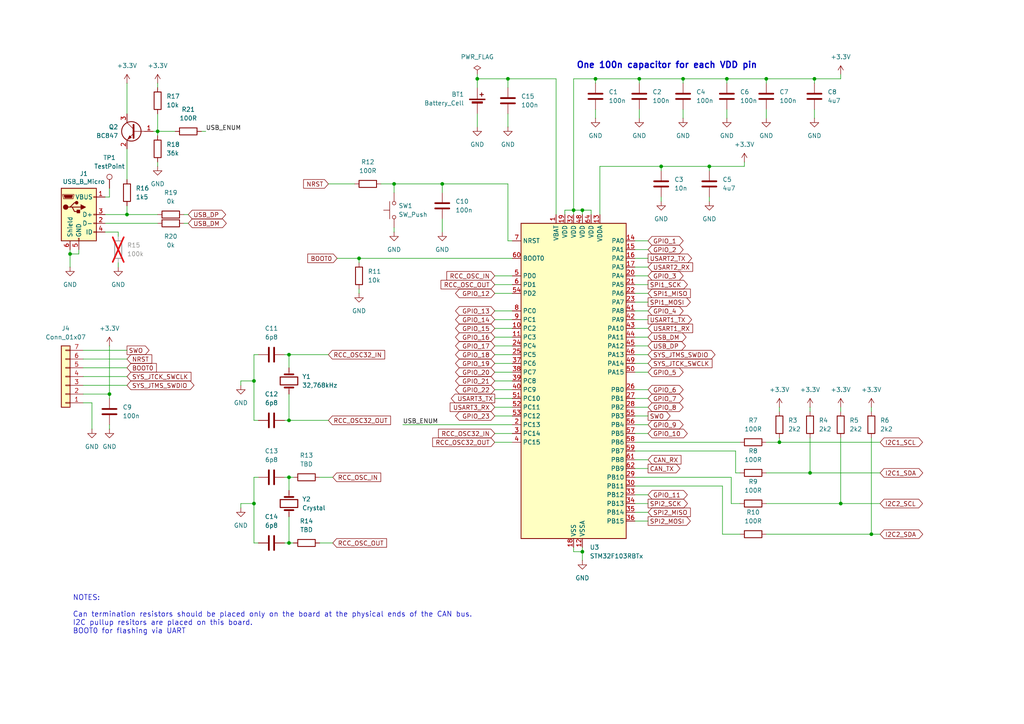
<source format=kicad_sch>
(kicad_sch (version 20250114) (generator "eeschema") (generator_version "9.0")
  (paper "A4")
  (lib_symbols
    (symbol "Connector:TestPoint" (pin_numbers (hide yes)) (pin_names (offset 0.762) (hide yes))
      (property "Reference" "TP" (at 0 6.858 0))
      (property "Value" "TestPoint" (at 0 5.08 0))
      (symbol "TestPoint_0_1"
        (circle (center 0 3.302) (radius 0.762))
      )
      (symbol "TestPoint_1_1"
        (pin passive line (at 0 0 90) (length 2.54) (name "1") (number "1"))
      )
    )
    (symbol "Connector:USB_B_Micro" (pin_names (offset 1.016))
      (property "Reference" "J" (at -5.08 11.43 0))
      (property "Value" "USB_B_Micro" (at -5.08 8.89 0))
      (symbol "USB_B_Micro_0_1"
        (rectangle (start -5.08 -7.62) (end 5.08 7.62) (stroke (width 0.254)) (fill (type background)))
        (polyline (pts (xy -4.699 5.842) (xy -4.699 5.588) (xy -4.445 4.826) (xy -4.445 4.572) (xy -1.651 4.572) (xy -1.651 4.826) (xy -1.397 5.588) (xy -1.397 5.842) (xy -4.699 5.842)))
        (polyline (pts (xy -4.318 5.588) (xy -1.778 5.588) (xy -2.032 4.826) (xy -4.064 4.826) (xy -4.318 5.588)) (fill (type outline)))
        (circle (center -3.81 2.159) (radius 0.635) (stroke (width 0.254)) (fill (type outline)))
        (polyline (pts (xy -3.175 2.159) (xy -2.54 2.159) (xy -1.27 3.429) (xy -0.635 3.429)) (stroke (width 0.254)))
        (polyline (pts (xy -2.54 2.159) (xy -1.905 2.159) (xy -1.27 0.889) (xy 0 0.889)) (stroke (width 0.254)))
        (polyline (pts (xy -1.905 2.159) (xy 0.635 2.159)) (stroke (width 0.254)))
        (circle (center -0.635 3.429) (radius 0.381) (stroke (width 0.254)) (fill (type outline)))
        (rectangle (start -0.127 -7.62) (end 0.127 -6.858))
        (rectangle (start 0.254 1.27) (end -0.508 0.508) (stroke (width 0.254)) (fill (type outline)))
        (polyline (pts (xy 0.635 2.794) (xy 0.635 1.524) (xy 1.905 2.159) (xy 0.635 2.794)) (stroke (width 0.254)) (fill (type outline)))
        (rectangle (start 5.08 4.953) (end 4.318 5.207))
        (rectangle (start 5.08 -0.127) (end 4.318 0.127))
        (rectangle (start 5.08 -2.667) (end 4.318 -2.413))
        (rectangle (start 5.08 -5.207) (end 4.318 -4.953))
      )
      (symbol "USB_B_Micro_1_1"
        (pin passive line (at -2.54 -10.16 90) (length 2.54) (name "Shield") (number "6"))
        (pin power_out line (at 0 -10.16 90) (length 2.54) (name "GND") (number "5"))
        (pin power_out line (at 7.62 5.08 180) (length 2.54) (name "VBUS") (number "1"))
        (pin bidirectional line (at 7.62 0 180) (length 2.54) (name "D+") (number "3"))
        (pin bidirectional line (at 7.62 -2.54 180) (length 2.54) (name "D-") (number "2"))
        (pin passive line (at 7.62 -5.08 180) (length 2.54) (name "ID") (number "4"))
      )
    )
    (symbol "Connector_Generic:Conn_01x07" (pin_names (offset 1.016) (hide yes))
      (property "Reference" "J" (at 0 10.16 0))
      (property "Value" "Conn_01x07" (at 0 -10.16 0))
      (symbol "Conn_01x07_1_1"
        (rectangle (start -1.27 8.89) (end 1.27 -8.89) (stroke (width 0.254)) (fill (type background)))
        (rectangle (start -1.27 7.747) (end 0 7.493) (stroke (width 0.1524)))
        (rectangle (start -1.27 5.207) (end 0 4.953) (stroke (width 0.1524)))
        (rectangle (start -1.27 2.667) (end 0 2.413) (stroke (width 0.1524)))
        (rectangle (start -1.27 0.127) (end 0 -0.127) (stroke (width 0.1524)))
        (rectangle (start -1.27 -2.413) (end 0 -2.667) (stroke (width 0.1524)))
        (rectangle (start -1.27 -4.953) (end 0 -5.207) (stroke (width 0.1524)))
        (rectangle (start -1.27 -7.493) (end 0 -7.747) (stroke (width 0.1524)))
        (pin passive line (at -5.08 7.62 0) (length 3.81) (name "Pin_1") (number "1"))
        (pin passive line (at -5.08 5.08 0) (length 3.81) (name "Pin_2") (number "2"))
        (pin passive line (at -5.08 2.54 0) (length 3.81) (name "Pin_3") (number "3"))
        (pin passive line (at -5.08 0 0) (length 3.81) (name "Pin_4") (number "4"))
        (pin passive line (at -5.08 -2.54 0) (length 3.81) (name "Pin_5") (number "5"))
        (pin passive line (at -5.08 -5.08 0) (length 3.81) (name "Pin_6") (number "6"))
        (pin passive line (at -5.08 -7.62 0) (length 3.81) (name "Pin_7") (number "7"))
      )
    )
    (symbol "Device:Battery_Cell" (pin_numbers (hide yes)) (pin_names (offset 0) (hide yes))
      (property "Reference" "BT" (at 2.54 2.54 0))
      (property "Value" "Battery_Cell" (at 2.54 0 0))
      (symbol "Battery_Cell_0_1"
        (rectangle (start -2.286 1.778) (end 2.286 1.524) (fill (type outline)))
        (rectangle (start -1.524 1.016) (end 1.524 0.508) (fill (type outline)))
        (polyline (pts (xy 0 1.778) (xy 0 2.54)))
        (polyline (pts (xy 0 0.762) (xy 0 0)))
        (polyline (pts (xy 0.762 3.048) (xy 1.778 3.048)) (stroke (width 0.254)))
        (polyline (pts (xy 1.27 3.556) (xy 1.27 2.54)) (stroke (width 0.254)))
      )
      (symbol "Battery_Cell_1_1"
        (pin passive line (at 0 5.08 270) (length 2.54) (name "+") (number "1"))
        (pin passive line (at 0 -2.54 90) (length 2.54) (name "-") (number "2"))
      )
    )
    (symbol "Device:C" (pin_numbers (hide yes)) (pin_names (offset 0.254))
      (property "Reference" "C" (at 0.635 2.54 0))
      (property "Value" "C" (at 0.635 -2.54 0))
      (symbol "C_0_1"
        (polyline (pts (xy -2.032 0.762) (xy 2.032 0.762)) (stroke (width 0.508)))
        (polyline (pts (xy -2.032 -0.762) (xy 2.032 -0.762)) (stroke (width 0.508)))
      )
      (symbol "C_1_1"
        (pin passive line (at 0 3.81 270) (length 2.794) (name "~") (number "1"))
        (pin passive line (at 0 -3.81 90) (length 2.794) (name "~") (number "2"))
      )
    )
    (symbol "Device:Crystal" (pin_numbers (hide yes)) (pin_names (offset 1.016) (hide yes))
      (property "Reference" "Y" (at 0 3.81 0))
      (property "Value" "Crystal" (at 0 -3.81 0))
      (symbol "Crystal_0_1"
        (polyline (pts (xy -2.54 0) (xy -1.905 0)))
        (polyline (pts (xy -1.905 -1.27) (xy -1.905 1.27)) (stroke (width 0.508)))
        (rectangle (start -1.143 2.54) (end 1.143 -2.54) (stroke (width 0.3048)))
        (polyline (pts (xy 1.905 -1.27) (xy 1.905 1.27)) (stroke (width 0.508)))
        (polyline (pts (xy 2.54 0) (xy 1.905 0)))
      )
      (symbol "Crystal_1_1"
        (pin passive line (at -3.81 0 0) (length 1.27) (name "1") (number "1"))
        (pin passive line (at 3.81 0 180) (length 1.27) (name "2") (number "2"))
      )
    )
    (symbol "Device:R" (pin_numbers (hide yes)) (pin_names (offset 0))
      (property "Reference" "R" (at 2.032 0 90))
      (property "Value" "R" (at 0 0 90))
      (symbol "R_0_1"
        (rectangle (start -1.016 -2.54) (end 1.016 2.54) (stroke (width 0.254)))
      )
      (symbol "R_1_1"
        (pin passive line (at 0 3.81 270) (length 1.27) (name "~") (number "1"))
        (pin passive line (at 0 -3.81 90) (length 1.27) (name "~") (number "2"))
      )
    )
    (symbol "STM32F103RBTx_1"
      (property "Reference" "U" (at -15.24 46.99 0))
      (property "Value" "STM32F103RBTx" (at 10.16 46.99 0))
      (symbol "STM32F103RBTx_1_0_1"
        (rectangle (start -15.24 -45.72) (end 15.24 45.72) (stroke (width 0.254)) (fill (type background)))
      )
      (symbol "STM32F103RBTx_1_1_1"
        (pin input line (at -17.78 40.64 0) (length 2.54) (name "NRST") (number "7"))
        (pin input line (at -17.78 35.56 0) (length 2.54) (name "BOOT0") (number "60"))
        (pin bidirectional line (at -17.78 30.48 0) (length 2.54) (name "PD0") (number "5"))
        (pin bidirectional line (at -17.78 27.94 0) (length 2.54) (name "PD1") (number "6"))
        (pin bidirectional line (at -17.78 25.4 0) (length 2.54) (name "PD2") (number "54"))
        (pin bidirectional line (at -17.78 20.32 0) (length 2.54) (name "PC0") (number "8"))
        (pin bidirectional line (at -17.78 17.78 0) (length 2.54) (name "PC1") (number "9"))
        (pin bidirectional line (at -17.78 15.24 0) (length 2.54) (name "PC2") (number "10"))
        (pin bidirectional line (at -17.78 12.7 0) (length 2.54) (name "PC3") (number "11"))
        (pin bidirectional line (at -17.78 10.16 0) (length 2.54) (name "PC4") (number "24"))
        (pin bidirectional line (at -17.78 7.62 0) (length 2.54) (name "PC5") (number "25"))
        (pin bidirectional line (at -17.78 5.08 0) (length 2.54) (name "PC6") (number "37"))
        (pin bidirectional line (at -17.78 2.54 0) (length 2.54) (name "PC7") (number "38"))
        (pin bidirectional line (at -17.78 0 0) (length 2.54) (name "PC8") (number "39"))
        (pin bidirectional line (at -17.78 -2.54 0) (length 2.54) (name "PC9") (number "40"))
        (pin bidirectional line (at -17.78 -5.08 0) (length 2.54) (name "PC10") (number "51"))
        (pin bidirectional line (at -17.78 -7.62 0) (length 2.54) (name "PC11") (number "52"))
        (pin bidirectional line (at -17.78 -10.16 0) (length 2.54) (name "PC12") (number "53"))
        (pin bidirectional line (at -17.78 -12.7 0) (length 2.54) (name "PC13") (number "2"))
        (pin bidirectional line (at -17.78 -15.24 0) (length 2.54) (name "PC14") (number "3"))
        (pin bidirectional line (at -17.78 -17.78 0) (length 2.54) (name "PC15") (number "4"))
        (pin power_in line (at -5.08 48.26 270) (length 2.54) (name "VBAT") (number "1"))
        (pin power_in line (at -2.54 48.26 270) (length 2.54) (name "VDD") (number "19"))
        (pin power_in line (at 0 48.26 270) (length 2.54) (name "VDD") (number "32"))
        (pin power_in line (at 0 -48.26 90) (length 2.54) (name "VSS") (number "18"))
        (pin passive line (at 0 -48.26 90) (length 2.54) (hide yes) (name "VSS") (number "31"))
        (pin passive line (at 0 -48.26 90) (length 2.54) (hide yes) (name "VSS") (number "47"))
        (pin passive line (at 0 -48.26 90) (length 2.54) (hide yes) (name "VSS") (number "63"))
        (pin power_in line (at 2.54 48.26 270) (length 2.54) (name "VDD") (number "48"))
        (pin power_in line (at 2.54 -48.26 90) (length 2.54) (name "VSSA") (number "12"))
        (pin power_in line (at 5.08 48.26 270) (length 2.54) (name "VDD") (number "64"))
        (pin power_in line (at 7.62 48.26 270) (length 2.54) (name "VDDA") (number "13"))
        (pin bidirectional line (at 17.78 40.64 180) (length 2.54) (name "PA0") (number "14"))
        (pin bidirectional line (at 17.78 38.1 180) (length 2.54) (name "PA1") (number "15"))
        (pin bidirectional line (at 17.78 35.56 180) (length 2.54) (name "PA2") (number "16"))
        (pin bidirectional line (at 17.78 33.02 180) (length 2.54) (name "PA3") (number "17"))
        (pin bidirectional line (at 17.78 30.48 180) (length 2.54) (name "PA4") (number "20"))
        (pin bidirectional line (at 17.78 27.94 180) (length 2.54) (name "PA5") (number "21"))
        (pin bidirectional line (at 17.78 25.4 180) (length 2.54) (name "PA6") (number "22"))
        (pin bidirectional line (at 17.78 22.86 180) (length 2.54) (name "PA7") (number "23"))
        (pin bidirectional line (at 17.78 20.32 180) (length 2.54) (name "PA8") (number "41"))
        (pin bidirectional line (at 17.78 17.78 180) (length 2.54) (name "PA9") (number "42"))
        (pin bidirectional line (at 17.78 15.24 180) (length 2.54) (name "PA10") (number "43"))
        (pin bidirectional line (at 17.78 12.7 180) (length 2.54) (name "PA11") (number "44"))
        (pin bidirectional line (at 17.78 10.16 180) (length 2.54) (name "PA12") (number "45"))
        (pin bidirectional line (at 17.78 7.62 180) (length 2.54) (name "PA13") (number "46"))
        (pin bidirectional line (at 17.78 5.08 180) (length 2.54) (name "PA14") (number "49"))
        (pin bidirectional line (at 17.78 2.54 180) (length 2.54) (name "PA15") (number "50"))
        (pin bidirectional line (at 17.78 -2.54 180) (length 2.54) (name "PB0") (number "26"))
        (pin bidirectional line (at 17.78 -5.08 180) (length 2.54) (name "PB1") (number "27"))
        (pin bidirectional line (at 17.78 -7.62 180) (length 2.54) (name "PB2") (number "28"))
        (pin bidirectional line (at 17.78 -10.16 180) (length 2.54) (name "PB3") (number "55"))
        (pin bidirectional line (at 17.78 -12.7 180) (length 2.54) (name "PB4") (number "56"))
        (pin bidirectional line (at 17.78 -15.24 180) (length 2.54) (name "PB5") (number "57"))
        (pin bidirectional line (at 17.78 -17.78 180) (length 2.54) (name "PB6") (number "58"))
        (pin bidirectional line (at 17.78 -20.32 180) (length 2.54) (name "PB7") (number "59"))
        (pin bidirectional line (at 17.78 -22.86 180) (length 2.54) (name "PB8") (number "61"))
        (pin bidirectional line (at 17.78 -25.4 180) (length 2.54) (name "PB9") (number "62"))
        (pin bidirectional line (at 17.78 -27.94 180) (length 2.54) (name "PB10") (number "29"))
        (pin bidirectional line (at 17.78 -30.48 180) (length 2.54) (name "PB11") (number "30"))
        (pin bidirectional line (at 17.78 -33.02 180) (length 2.54) (name "PB12") (number "33"))
        (pin bidirectional line (at 17.78 -35.56 180) (length 2.54) (name "PB13") (number "34"))
        (pin bidirectional line (at 17.78 -38.1 180) (length 2.54) (name "PB14") (number "35"))
        (pin bidirectional line (at 17.78 -40.64 180) (length 2.54) (name "PB15") (number "36"))
      )
    )
    (symbol "Switch:SW_Push" (pin_numbers (hide yes)) (pin_names (offset 1.016) (hide yes))
      (property "Reference" "SW" (at 1.27 2.54 0))
      (property "Value" "SW_Push" (at 0 -1.524 0))
      (symbol "SW_Push_0_1"
        (circle (center -2.032 0) (radius 0.508))
        (polyline (pts (xy 0 1.27) (xy 0 3.048)))
        (circle (center 2.032 0) (radius 0.508))
        (polyline (pts (xy 2.54 1.27) (xy -2.54 1.27)))
        (pin passive line (at -5.08 0 0) (length 2.54) (name "1") (number "1"))
        (pin passive line (at 5.08 0 180) (length 2.54) (name "2") (number "2"))
      )
    )
    (symbol "Transistor_BJT:BC847" (pin_names (offset 0) (hide yes))
      (property "Reference" "Q" (at 5.08 1.905 0))
      (property "Value" "BC847" (at 5.08 0 0))
      (symbol "BC847_0_1"
        (polyline (pts (xy -2.54 0) (xy 0.635 0)))
        (polyline (pts (xy 0.635 1.905) (xy 0.635 -1.905)) (stroke (width 0.508)))
        (circle (center 1.27 0) (radius 2.8194) (stroke (width 0.254)))
      )
      (symbol "BC847_1_1"
        (polyline (pts (xy 0.635 0.635) (xy 2.54 2.54)))
        (polyline (pts (xy 0.635 -0.635) (xy 2.54 -2.54)))
        (polyline (pts (xy 1.27 -1.778) (xy 1.778 -1.27) (xy 2.286 -2.286) (xy 1.27 -1.778)) (fill (type outline)))
        (pin input line (at -5.08 0 0) (length 2.54) (name "B") (number "1"))
        (pin passive line (at 2.54 5.08 270) (length 2.54) (name "C") (number "3"))
        (pin passive line (at 2.54 -5.08 90) (length 2.54) (name "E") (number "2"))
      )
    )
    (symbol "power:+3.3V" (power) (pin_numbers (hide yes)) (pin_names (offset 0) (hide yes))
      (property "Value" "+3.3V" (at 0 3.556 0))
      (symbol "+3.3V_0_1"
        (polyline (pts (xy -0.762 1.27) (xy 0 2.54)))
        (polyline (pts (xy 0 2.54) (xy 0.762 1.27)))
        (polyline (pts (xy 0 0) (xy 0 2.54)))
      )
      (symbol "+3.3V_1_1"
        (pin power_in line (at 0 0 90) (length 0) (name "~") (number "1"))
      )
    )
    (symbol "power:GND" (power) (pin_numbers (hide yes)) (pin_names (offset 0) (hide yes))
      (property "Value" "GND" (at 0 -3.81 0))
      (symbol "GND_0_1"
        (polyline (pts (xy 0 0) (xy 0 -1.27) (xy 1.27 -1.27) (xy 0 -2.54) (xy -1.27 -1.27) (xy 0 -1.27)))
      )
      (symbol "GND_1_1"
        (pin power_in line (at 0 0 270) (length 0) (name "~") (number "1"))
      )
    )
    (symbol "power:PWR_FLAG" (power) (pin_numbers (hide yes)) (pin_names (offset 0) (hide yes))
      (property "Value" "PWR_FLAG" (at 0 3.81 0))
      (symbol "PWR_FLAG_0_0"
        (pin power_out line (at 0 0 90) (length 0) (name "~") (number "1"))
      )
      (symbol "PWR_FLAG_0_1"
        (polyline (pts (xy 0 0) (xy 0 1.27) (xy -1.016 1.905) (xy 0 2.54) (xy 1.016 1.905) (xy 0 1.27)))
      )
    )
  )
  (text "One 100n capacitor for each VDD pin" (at 167.132 20.066 0) (effects (font (size 1.8034 1.8034) (thickness 0.3607) (bold yes)) (justify left bottom)))
  (text "NOTES:\n\nCan termination resistors should be placed only on the board at the physical ends of the CAN bus.\nI2C pullup resitors are placed on this board.\nBOOT0 for flashing via UART" (at 21.082 178.308 0) (effects (font (size 1.5 1.5)) (justify left)))
  (junction (at 73.66 110.49))
  (junction (at 31.75 114.3))
  (junction (at 243.84 146.05))
  (junction (at 198.12 22.86))
  (junction (at 147.32 22.86))
  (junction (at 210.82 22.86))
  (junction (at 114.3 53.34))
  (junction (at 168.91 160.02))
  (junction (at 166.37 60.96))
  (junction (at 191.77 48.26))
  (junction (at 128.27 53.34))
  (junction (at 83.82 102.87))
  (junction (at 252.73 154.94))
  (junction (at 226.06 128.27))
  (junction (at 185.42 22.86))
  (junction (at 172.72 22.86))
  (junction (at 222.25 22.86))
  (junction (at 73.66 146.05))
  (junction (at 83.82 121.92))
  (junction (at 168.91 60.96))
  (junction (at 138.43 22.86))
  (junction (at 104.14 74.93))
  (junction (at 83.82 157.48))
  (junction (at 234.95 137.16))
  (junction (at 45.72 38.1))
  (junction (at 205.74 48.26))
  (junction (at 20.32 73.66))
  (junction (at 83.82 138.43))
  (junction (at 236.22 22.86))
  (junction (at 36.83 62.23))
  (wire (pts (xy 161.29 22.86) (xy 161.29 62.23)))
  (wire (pts (xy 166.37 22.86) (xy 172.72 22.86)))
  (wire (pts (xy 226.06 128.27) (xy 226.06 127)))
  (wire (pts (xy 143.51 107.95) (xy 148.59 107.95)))
  (wire (pts (xy 53.34 62.23) (xy 54.61 62.23)))
  (wire (pts (xy 143.51 97.79) (xy 148.59 97.79)))
  (wire (pts (xy 205.74 57.15) (xy 205.74 58.42)))
  (wire (pts (xy 143.51 115.57) (xy 148.59 115.57)))
  (wire (pts (xy 184.15 135.89) (xy 187.96 135.89)))
  (wire (pts (xy 143.51 100.33) (xy 148.59 100.33)))
  (wire (pts (xy 252.73 154.94) (xy 252.73 127)))
  (wire (pts (xy 166.37 60.96) (xy 163.83 60.96)))
  (wire (pts (xy 210.82 22.86) (xy 210.82 24.13)))
  (wire (pts (xy 205.74 48.26) (xy 215.9 48.26)))
  (wire (pts (xy 184.15 74.93) (xy 187.96 74.93)))
  (wire (pts (xy 210.82 22.86) (xy 198.12 22.86)))
  (wire (pts (xy 252.73 118.11) (xy 252.73 119.38)))
  (wire (pts (xy 45.72 46.99) (xy 45.72 48.26)))
  (wire (pts (xy 184.15 77.47) (xy 187.96 77.47)))
  (wire (pts (xy 222.25 154.94) (xy 252.73 154.94)))
  (wire (pts (xy 73.66 110.49) (xy 69.85 110.49)))
  (wire (pts (xy 138.43 33.02) (xy 138.43 36.83)))
  (wire (pts (xy 184.15 133.35) (xy 187.96 133.35)))
  (wire (pts (xy 143.51 102.87) (xy 148.59 102.87)))
  (wire (pts (xy 73.66 138.43) (xy 74.93 138.43)))
  (wire (pts (xy 36.83 24.13) (xy 36.83 33.02)))
  (wire (pts (xy 236.22 22.86) (xy 243.84 22.86)))
  (wire (pts (xy 173.99 48.26) (xy 173.99 62.23)))
  (wire (pts (xy 166.37 60.96) (xy 166.37 22.86)))
  (wire (pts (xy 184.15 123.19) (xy 187.96 123.19)))
  (wire (pts (xy 184.15 100.33) (xy 187.96 100.33)))
  (wire (pts (xy 45.72 33.02) (xy 45.72 38.1)))
  (wire (pts (xy 83.82 106.68) (xy 83.82 102.87)))
  (wire (pts (xy 138.43 22.86) (xy 147.32 22.86)))
  (wire (pts (xy 24.13 104.14) (xy 36.83 104.14)))
  (wire (pts (xy 24.13 109.22) (xy 36.83 109.22)))
  (wire (pts (xy 215.9 46.99) (xy 215.9 48.26)))
  (wire (pts (xy 184.15 80.01) (xy 187.96 80.01)))
  (wire (pts (xy 73.66 110.49) (xy 73.66 102.87)))
  (wire (pts (xy 243.84 21.59) (xy 243.84 22.86)))
  (wire (pts (xy 171.45 60.96) (xy 168.91 60.96)))
  (wire (pts (xy 191.77 48.26) (xy 191.77 49.53)))
  (wire (pts (xy 184.15 130.81) (xy 213.36 130.81)))
  (wire (pts (xy 243.84 146.05) (xy 243.84 127)))
  (wire (pts (xy 166.37 158.75) (xy 166.37 160.02)))
  (wire (pts (xy 143.51 90.17) (xy 148.59 90.17)))
  (wire (pts (xy 236.22 31.75) (xy 236.22 34.29)))
  (wire (pts (xy 214.63 146.05) (xy 212.09 146.05)))
  (wire (pts (xy 36.83 62.23) (xy 45.72 62.23)))
  (wire (pts (xy 58.42 38.1) (xy 59.69 38.1)))
  (wire (pts (xy 226.06 118.11) (xy 226.06 119.38)))
  (wire (pts (xy 184.15 113.03) (xy 187.96 113.03)))
  (wire (pts (xy 143.51 95.25) (xy 148.59 95.25)))
  (wire (pts (xy 83.82 121.92) (xy 95.25 121.92)))
  (wire (pts (xy 104.14 74.93) (xy 104.14 76.2)))
  (wire (pts (xy 96.52 138.43) (xy 92.71 138.43)))
  (wire (pts (xy 147.32 22.86) (xy 161.29 22.86)))
  (wire (pts (xy 243.84 118.11) (xy 243.84 119.38)))
  (wire (pts (xy 184.15 140.97) (xy 209.55 140.97)))
  (wire (pts (xy 114.3 53.34) (xy 114.3 55.88)))
  (wire (pts (xy 83.82 142.24) (xy 83.82 138.43)))
  (wire (pts (xy 31.75 100.33) (xy 31.75 114.3)))
  (wire (pts (xy 184.15 102.87) (xy 187.96 102.87)))
  (wire (pts (xy 31.75 57.15) (xy 31.75 54.61)))
  (wire (pts (xy 184.15 82.55) (xy 187.96 82.55)))
  (wire (pts (xy 143.51 120.65) (xy 148.59 120.65)))
  (wire (pts (xy 184.15 138.43) (xy 212.09 138.43)))
  (wire (pts (xy 30.48 64.77) (xy 45.72 64.77)))
  (wire (pts (xy 222.25 146.05) (xy 243.84 146.05)))
  (wire (pts (xy 82.55 138.43) (xy 83.82 138.43)))
  (wire (pts (xy 82.55 157.48) (xy 83.82 157.48)))
  (wire (pts (xy 172.72 22.86) (xy 172.72 24.13)))
  (wire (pts (xy 163.83 60.96) (xy 163.83 62.23)))
  (wire (pts (xy 143.51 118.11) (xy 148.59 118.11)))
  (wire (pts (xy 82.55 102.87) (xy 83.82 102.87)))
  (wire (pts (xy 24.13 106.68) (xy 36.83 106.68)))
  (wire (pts (xy 184.15 120.65) (xy 187.96 120.65)))
  (wire (pts (xy 184.15 85.09) (xy 187.96 85.09)))
  (wire (pts (xy 20.32 72.39) (xy 20.32 73.66)))
  (wire (pts (xy 95.25 53.34) (xy 102.87 53.34)))
  (wire (pts (xy 110.49 53.34) (xy 114.3 53.34)))
  (wire (pts (xy 45.72 38.1) (xy 50.8 38.1)))
  (wire (pts (xy 222.25 22.86) (xy 222.25 24.13)))
  (wire (pts (xy 138.43 25.4) (xy 138.43 22.86)))
  (wire (pts (xy 30.48 62.23) (xy 36.83 62.23)))
  (wire (pts (xy 184.15 90.17) (xy 187.96 90.17)))
  (wire (pts (xy 83.82 114.3) (xy 83.82 121.92)))
  (wire (pts (xy 243.84 146.05) (xy 255.27 146.05)))
  (wire (pts (xy 26.67 116.84) (xy 26.67 124.46)))
  (wire (pts (xy 143.51 113.03) (xy 148.59 113.03)))
  (wire (pts (xy 22.86 72.39) (xy 22.86 73.66)))
  (wire (pts (xy 73.66 121.92) (xy 73.66 110.49)))
  (wire (pts (xy 83.82 157.48) (xy 85.09 157.48)))
  (wire (pts (xy 212.09 146.05) (xy 212.09 138.43)))
  (wire (pts (xy 24.13 116.84) (xy 26.67 116.84)))
  (wire (pts (xy 143.51 85.09) (xy 148.59 85.09)))
  (wire (pts (xy 69.85 110.49) (xy 69.85 111.76)))
  (wire (pts (xy 214.63 137.16) (xy 213.36 137.16)))
  (wire (pts (xy 36.83 59.69) (xy 36.83 62.23)))
  (wire (pts (xy 184.15 72.39) (xy 187.96 72.39)))
  (wire (pts (xy 198.12 31.75) (xy 198.12 34.29)))
  (wire (pts (xy 147.32 22.86) (xy 147.32 25.4)))
  (wire (pts (xy 210.82 31.75) (xy 210.82 34.29)))
  (wire (pts (xy 166.37 160.02) (xy 168.91 160.02)))
  (wire (pts (xy 213.36 137.16) (xy 213.36 130.81)))
  (wire (pts (xy 222.25 128.27) (xy 226.06 128.27)))
  (wire (pts (xy 73.66 102.87) (xy 74.93 102.87)))
  (wire (pts (xy 128.27 63.5) (xy 128.27 67.31)))
  (wire (pts (xy 147.32 69.85) (xy 147.32 53.34)))
  (wire (pts (xy 138.43 21.59) (xy 138.43 22.86)))
  (wire (pts (xy 24.13 101.6) (xy 36.83 101.6)))
  (wire (pts (xy 184.15 97.79) (xy 187.96 97.79)))
  (wire (pts (xy 184.15 118.11) (xy 187.96 118.11)))
  (wire (pts (xy 45.72 24.13) (xy 45.72 25.4)))
  (wire (pts (xy 234.95 137.16) (xy 255.27 137.16)))
  (wire (pts (xy 222.25 31.75) (xy 222.25 34.29)))
  (wire (pts (xy 36.83 43.18) (xy 36.83 52.07)))
  (wire (pts (xy 185.42 31.75) (xy 185.42 34.29)))
  (wire (pts (xy 73.66 146.05) (xy 69.85 146.05)))
  (wire (pts (xy 30.48 67.31) (xy 34.29 67.31)))
  (wire (pts (xy 34.29 67.31) (xy 34.29 68.58)))
  (wire (pts (xy 83.82 102.87) (xy 95.25 102.87)))
  (wire (pts (xy 222.25 22.86) (xy 210.82 22.86)))
  (wire (pts (xy 226.06 128.27) (xy 255.27 128.27)))
  (wire (pts (xy 222.25 137.16) (xy 234.95 137.16)))
  (wire (pts (xy 83.82 138.43) (xy 85.09 138.43)))
  (wire (pts (xy 184.15 105.41) (xy 187.96 105.41)))
  (wire (pts (xy 24.13 111.76) (xy 36.83 111.76)))
  (wire (pts (xy 114.3 53.34) (xy 128.27 53.34)))
  (wire (pts (xy 198.12 22.86) (xy 185.42 22.86)))
  (wire (pts (xy 191.77 48.26) (xy 205.74 48.26)))
  (wire (pts (xy 184.15 95.25) (xy 187.96 95.25)))
  (wire (pts (xy 31.75 123.19) (xy 31.75 124.46)))
  (wire (pts (xy 30.48 57.15) (xy 31.75 57.15)))
  (wire (pts (xy 172.72 31.75) (xy 172.72 34.29)))
  (wire (pts (xy 184.15 125.73) (xy 187.96 125.73)))
  (wire (pts (xy 97.79 74.93) (xy 104.14 74.93)))
  (wire (pts (xy 82.55 121.92) (xy 83.82 121.92)))
  (wire (pts (xy 128.27 53.34) (xy 128.27 55.88)))
  (wire (pts (xy 185.42 22.86) (xy 172.72 22.86)))
  (wire (pts (xy 22.86 73.66) (xy 20.32 73.66)))
  (wire (pts (xy 168.91 60.96) (xy 168.91 62.23)))
  (wire (pts (xy 143.51 105.41) (xy 148.59 105.41)))
  (wire (pts (xy 34.29 76.2) (xy 34.29 77.47)))
  (wire (pts (xy 168.91 158.75) (xy 168.91 160.02)))
  (wire (pts (xy 184.15 87.63) (xy 187.96 87.63)))
  (wire (pts (xy 236.22 22.86) (xy 222.25 22.86)))
  (wire (pts (xy 73.66 146.05) (xy 73.66 138.43)))
  (wire (pts (xy 104.14 74.93) (xy 148.59 74.93)))
  (wire (pts (xy 143.51 125.73) (xy 148.59 125.73)))
  (wire (pts (xy 74.93 157.48) (xy 73.66 157.48)))
  (wire (pts (xy 143.51 82.55) (xy 148.59 82.55)))
  (wire (pts (xy 184.15 128.27) (xy 214.63 128.27)))
  (wire (pts (xy 184.15 146.05) (xy 187.96 146.05)))
  (wire (pts (xy 184.15 69.85) (xy 187.96 69.85)))
  (wire (pts (xy 236.22 24.13) (xy 236.22 22.86)))
  (wire (pts (xy 45.72 38.1) (xy 45.72 39.37)))
  (wire (pts (xy 205.74 49.53) (xy 205.74 48.26)))
  (wire (pts (xy 31.75 114.3) (xy 31.75 115.57)))
  (wire (pts (xy 166.37 60.96) (xy 166.37 62.23)))
  (wire (pts (xy 184.15 143.51) (xy 187.96 143.51)))
  (wire (pts (xy 191.77 48.26) (xy 173.99 48.26)))
  (wire (pts (xy 143.51 128.27) (xy 148.59 128.27)))
  (wire (pts (xy 184.15 92.71) (xy 187.96 92.71)))
  (wire (pts (xy 116.84 123.19) (xy 148.59 123.19)))
  (wire (pts (xy 114.3 66.04) (xy 114.3 67.31)))
  (wire (pts (xy 184.15 148.59) (xy 187.96 148.59)))
  (wire (pts (xy 198.12 22.86) (xy 198.12 24.13)))
  (wire (pts (xy 252.73 154.94) (xy 255.27 154.94)))
  (wire (pts (xy 147.32 69.85) (xy 148.59 69.85)))
  (wire (pts (xy 191.77 57.15) (xy 191.77 58.42)))
  (wire (pts (xy 143.51 92.71) (xy 148.59 92.71)))
  (wire (pts (xy 168.91 60.96) (xy 166.37 60.96)))
  (wire (pts (xy 44.45 38.1) (xy 45.72 38.1)))
  (wire (pts (xy 20.32 73.66) (xy 20.32 77.47)))
  (wire (pts (xy 234.95 118.11) (xy 234.95 119.38)))
  (wire (pts (xy 69.85 146.05) (xy 69.85 147.32)))
  (wire (pts (xy 214.63 154.94) (xy 209.55 154.94)))
  (wire (pts (xy 143.51 110.49) (xy 148.59 110.49)))
  (wire (pts (xy 104.14 83.82) (xy 104.14 85.09)))
  (wire (pts (xy 168.91 160.02) (xy 168.91 162.56)))
  (wire (pts (xy 184.15 115.57) (xy 187.96 115.57)))
  (wire (pts (xy 209.55 154.94) (xy 209.55 140.97)))
  (wire (pts (xy 185.42 22.86) (xy 185.42 24.13)))
  (wire (pts (xy 53.34 64.77) (xy 54.61 64.77)))
  (wire (pts (xy 184.15 107.95) (xy 187.96 107.95)))
  (wire (pts (xy 24.13 114.3) (xy 31.75 114.3)))
  (wire (pts (xy 96.52 157.48) (xy 92.71 157.48)))
  (wire (pts (xy 74.93 121.92) (xy 73.66 121.92)))
  (wire (pts (xy 83.82 149.86) (xy 83.82 157.48)))
  (wire (pts (xy 128.27 53.34) (xy 147.32 53.34)))
  (wire (pts (xy 234.95 137.16) (xy 234.95 127)))
  (wire (pts (xy 147.32 33.02) (xy 147.32 36.83)))
  (wire (pts (xy 171.45 62.23) (xy 171.45 60.96)))
  (wire (pts (xy 143.51 80.01) (xy 148.59 80.01)))
  (wire (pts (xy 73.66 157.48) (xy 73.66 146.05)))
  (wire (pts (xy 184.15 151.13) (xy 187.96 151.13)))
  (label "USB_ENUM" (at 59.69 38.1 0))
  (label "USB_ENUM" (at 116.84 123.19 0))
  (global_label "GPIO_14" (shape bidirectional) (at 143.51 92.71 180) (property "Intersheetrefs" "${INTERSHEET_REFS}" (effects (hide yes))))
  (global_label "SPI2_SCK" (shape output) (at 187.96 146.05 0) (property "Intersheetrefs" "${INTERSHEET_REFS}" (effects (hide yes))))
  (global_label "RCC_OSC_IN" (shape input) (at 96.52 138.43 0) (property "Intersheetrefs" "${INTERSHEET_REFS}" (effects (hide yes))))
  (global_label "SYS_JTCK_SWCLK" (shape input) (at 36.83 109.22 0) (property "Intersheetrefs" "${INTERSHEET_REFS}" (effects (hide yes))))
  (global_label "CAN_TX" (shape output) (at 187.96 135.89 0) (property "Intersheetrefs" "${INTERSHEET_REFS}" (effects (hide yes))))
  (global_label "GPIO_11" (shape bidirectional) (at 187.96 143.51 0) (property "Intersheetrefs" "${INTERSHEET_REFS}" (effects (hide yes))))
  (global_label "I2C2_SCL" (shape bidirectional) (at 255.27 146.05 0) (property "Intersheetrefs" "${INTERSHEET_REFS}" (effects (hide yes))))
  (global_label "USB_DM" (shape bidirectional) (at 187.96 97.79 0) (property "Intersheetrefs" "${INTERSHEET_REFS}" (effects (hide yes))))
  (global_label "I2C2_SDA" (shape bidirectional) (at 255.27 154.94 0) (property "Intersheetrefs" "${INTERSHEET_REFS}" (effects (hide yes))))
  (global_label "SWO" (shape output) (at 36.83 101.6 0) (property "Intersheetrefs" "${INTERSHEET_REFS}" (effects (hide yes))))
  (global_label "GPIO_12" (shape bidirectional) (at 143.51 85.09 180) (property "Intersheetrefs" "${INTERSHEET_REFS}" (effects (hide yes))))
  (global_label "RCC_OSC_OUT" (shape input) (at 96.52 157.48 0) (property "Intersheetrefs" "${INTERSHEET_REFS}" (effects (hide yes))))
  (global_label "GPIO_8" (shape bidirectional) (at 187.96 118.11 0) (property "Intersheetrefs" "${INTERSHEET_REFS}" (effects (hide yes))))
  (global_label "SPI1_SCK" (shape output) (at 187.96 82.55 0) (property "Intersheetrefs" "${INTERSHEET_REFS}" (effects (hide yes))))
  (global_label "GPIO_17" (shape bidirectional) (at 143.51 100.33 180) (property "Intersheetrefs" "${INTERSHEET_REFS}" (effects (hide yes))))
  (global_label "GPIO_10" (shape bidirectional) (at 187.96 125.73 0) (property "Intersheetrefs" "${INTERSHEET_REFS}" (effects (hide yes))))
  (global_label "GPIO_9" (shape bidirectional) (at 187.96 123.19 0) (property "Intersheetrefs" "${INTERSHEET_REFS}" (effects (hide yes))))
  (global_label "USART2_RX" (shape input) (at 187.96 77.47 0) (property "Intersheetrefs" "${INTERSHEET_REFS}" (effects (hide yes))))
  (global_label "SYS_JTMS_SWDIO" (shape bidirectional) (at 36.83 111.76 0) (property "Intersheetrefs" "${INTERSHEET_REFS}" (effects (hide yes))))
  (global_label "GPIO_2" (shape bidirectional) (at 187.96 72.39 0) (property "Intersheetrefs" "${INTERSHEET_REFS}" (effects (hide yes))))
  (global_label "GPIO_22" (shape bidirectional) (at 143.51 113.03 180) (property "Intersheetrefs" "${INTERSHEET_REFS}" (effects (hide yes))))
  (global_label "USART3_TX" (shape output) (at 143.51 115.57 180) (property "Intersheetrefs" "${INTERSHEET_REFS}" (effects (hide yes))))
  (global_label "RCC_OSC_IN" (shape input) (at 143.51 80.01 180) (property "Intersheetrefs" "${INTERSHEET_REFS}" (effects (hide yes))))
  (global_label "GPIO_15" (shape bidirectional) (at 143.51 95.25 180) (property "Intersheetrefs" "${INTERSHEET_REFS}" (effects (hide yes))))
  (global_label "USART1_RX" (shape input) (at 187.96 95.25 0) (property "Intersheetrefs" "${INTERSHEET_REFS}" (effects (hide yes))))
  (global_label "USART1_TX" (shape output) (at 187.96 92.71 0) (property "Intersheetrefs" "${INTERSHEET_REFS}" (effects (hide yes))))
  (global_label "RCC_OSC32_IN" (shape input) (at 143.51 125.73 180) (property "Intersheetrefs" "${INTERSHEET_REFS}" (effects (hide yes))))
  (global_label "USART2_TX" (shape output) (at 187.96 74.93 0) (property "Intersheetrefs" "${INTERSHEET_REFS}" (effects (hide yes))))
  (global_label "BOOT0" (shape input) (at 36.83 106.68 0) (property "Intersheetrefs" "${INTERSHEET_REFS}" (effects (hide yes))))
  (global_label "NRST" (shape input) (at 95.25 53.34 180) (property "Intersheetrefs" "${INTERSHEET_REFS}" (effects (hide yes))))
  (global_label "GPIO_16" (shape bidirectional) (at 143.51 97.79 180) (property "Intersheetrefs" "${INTERSHEET_REFS}" (effects (hide yes))))
  (global_label "USB_DP" (shape bidirectional) (at 54.61 62.23 0) (property "Intersheetrefs" "${INTERSHEET_REFS}" (effects (hide yes))))
  (global_label "RCC_OSC32_OUT" (shape input) (at 143.51 128.27 180) (property "Intersheetrefs" "${INTERSHEET_REFS}" (effects (hide yes))))
  (global_label "GPIO_3" (shape bidirectional) (at 187.96 80.01 0) (property "Intersheetrefs" "${INTERSHEET_REFS}" (effects (hide yes))))
  (global_label "GPIO_1" (shape bidirectional) (at 187.96 69.85 0) (property "Intersheetrefs" "${INTERSHEET_REFS}" (effects (hide yes))))
  (global_label "USB_DM" (shape bidirectional) (at 54.61 64.77 0) (property "Intersheetrefs" "${INTERSHEET_REFS}" (effects (hide yes))))
  (global_label "GPIO_6" (shape bidirectional) (at 187.96 113.03 0) (property "Intersheetrefs" "${INTERSHEET_REFS}" (effects (hide yes))))
  (global_label "GPIO_5" (shape bidirectional) (at 187.96 107.95 0) (property "Intersheetrefs" "${INTERSHEET_REFS}" (effects (hide yes))))
  (global_label "RCC_OSC_OUT" (shape input) (at 143.51 82.55 180) (property "Intersheetrefs" "${INTERSHEET_REFS}" (effects (hide yes))))
  (global_label "GPIO_19" (shape bidirectional) (at 143.51 105.41 180) (property "Intersheetrefs" "${INTERSHEET_REFS}" (effects (hide yes))))
  (global_label "I2C1_SCL" (shape bidirectional) (at 255.27 128.27 0) (property "Intersheetrefs" "${INTERSHEET_REFS}" (effects (hide yes))))
  (global_label "GPIO_18" (shape bidirectional) (at 143.51 102.87 180) (property "Intersheetrefs" "${INTERSHEET_REFS}" (effects (hide yes))))
  (global_label "I2C1_SDA" (shape bidirectional) (at 255.27 137.16 0) (property "Intersheetrefs" "${INTERSHEET_REFS}" (effects (hide yes))))
  (global_label "GPIO_13" (shape bidirectional) (at 143.51 90.17 180) (property "Intersheetrefs" "${INTERSHEET_REFS}" (effects (hide yes))))
  (global_label "SYS_JTCK_SWCLK" (shape input) (at 187.96 105.41 0) (property "Intersheetrefs" "${INTERSHEET_REFS}" (effects (hide yes))))
  (global_label "USART3_RX" (shape input) (at 143.51 118.11 180) (property "Intersheetrefs" "${INTERSHEET_REFS}" (effects (hide yes))))
  (global_label "RCC_OSC32_OUT" (shape input) (at 95.25 121.92 0) (property "Intersheetrefs" "${INTERSHEET_REFS}" (effects (hide yes))))
  (global_label "GPIO_7" (shape bidirectional) (at 187.96 115.57 0) (property "Intersheetrefs" "${INTERSHEET_REFS}" (effects (hide yes))))
  (global_label "NRST" (shape input) (at 36.83 104.14 0) (property "Intersheetrefs" "${INTERSHEET_REFS}" (effects (hide yes))))
  (global_label "GPIO_4" (shape bidirectional) (at 187.96 90.17 0) (property "Intersheetrefs" "${INTERSHEET_REFS}" (effects (hide yes))))
  (global_label "GPIO_23" (shape bidirectional) (at 143.51 120.65 180) (property "Intersheetrefs" "${INTERSHEET_REFS}" (effects (hide yes))))
  (global_label "SPI2_MOSI" (shape output) (at 187.96 151.13 0) (property "Intersheetrefs" "${INTERSHEET_REFS}" (effects (hide yes))))
  (global_label "SPI1_MOSI" (shape output) (at 187.96 87.63 0) (property "Intersheetrefs" "${INTERSHEET_REFS}" (effects (hide yes))))
  (global_label "SWO" (shape output) (at 187.96 120.65 0) (property "Intersheetrefs" "${INTERSHEET_REFS}" (effects (hide yes))))
  (global_label "SYS_JTMS_SWDIO" (shape bidirectional) (at 187.96 102.87 0) (property "Intersheetrefs" "${INTERSHEET_REFS}" (effects (hide yes))))
  (global_label "GPIO_21" (shape bidirectional) (at 143.51 110.49 180) (property "Intersheetrefs" "${INTERSHEET_REFS}" (effects (hide yes))))
  (global_label "BOOT0" (shape input) (at 97.79 74.93 180) (property "Intersheetrefs" "${INTERSHEET_REFS}" (effects (hide yes))))
  (global_label "CAN_RX" (shape input) (at 187.96 133.35 0) (property "Intersheetrefs" "${INTERSHEET_REFS}" (effects (hide yes))))
  (global_label "GPIO_20" (shape bidirectional) (at 143.51 107.95 180) (property "Intersheetrefs" "${INTERSHEET_REFS}" (effects (hide yes))))
  (global_label "SPI2_MISO" (shape input) (at 187.96 148.59 0) (property "Intersheetrefs" "${INTERSHEET_REFS}" (effects (hide yes))))
  (global_label "RCC_OSC32_IN" (shape input) (at 95.25 102.87 0) (property "Intersheetrefs" "${INTERSHEET_REFS}" (effects (hide yes))))
  (global_label "SPI1_MISO" (shape input) (at 187.96 85.09 0) (property "Intersheetrefs" "${INTERSHEET_REFS}" (effects (hide yes))))
  (global_label "USB_DP" (shape bidirectional) (at 187.96 100.33 0) (property "Intersheetrefs" "${INTERSHEET_REFS}" (effects (hide yes))))
  (symbol (lib_id "power:GND") (at 104.14 85.09 0) (unit 1)
    (property "Reference" "#PWR016" (effects (hide yes)))
    (property "Value" "GND" (at 104.14 90.17 0))
    (property "Description" "Power symbol creates a global label with name \"GND\" , ground" (effects (hide yes)))
  )
  (symbol (lib_id "Device:C") (at 210.82 27.94 0) (unit 1)
    (property "Reference" "C6" (at 214.63 26.6699 0) (effects (justify left)))
    (property "Value" "100n" (at 214.63 29.2099 0) (effects (justify left)))
    (property "Footprint" "Capacitor_SMD:C_0805_2012Metric" (effects (hide yes)))
    (property "Description" "Unpolarized capacitor" (effects (hide yes)))
  )
  (symbol (lib_id "power:GND") (at 205.74 58.42 0) (unit 1)
    (property "Reference" "#PWR06" (effects (hide yes)))
    (property "Value" "GND" (at 205.74 63.5 0))
    (property "Description" "Power symbol creates a global label with name \"GND\" , ground" (effects (hide yes)))
  )
  (symbol (lib_id "power:GND") (at 236.22 34.29 0) (unit 1)
    (property "Reference" "#PWR09" (effects (hide yes)))
    (property "Value" "GND" (at 236.22 39.37 0))
    (property "Description" "Power symbol creates a global label with name \"GND\" , ground" (effects (hide yes)))
  )
  (symbol (lib_id "power:GND") (at 172.72 34.29 0) (unit 1)
    (property "Reference" "#PWR02" (effects (hide yes)))
    (property "Value" "GND" (at 172.72 39.37 0))
    (property "Description" "Power symbol creates a global label with name \"GND\" , ground" (effects (hide yes)))
  )
  (symbol (lib_id "power:GND") (at 69.85 147.32 0) (unit 1)
    (property "Reference" "#PWR017" (effects (hide yes)))
    (property "Value" "GND" (at 69.85 152.4 0))
    (property "Description" "Power symbol creates a global label with name \"GND\" , ground" (effects (hide yes)))
  )
  (symbol (lib_id "Device:Crystal") (at 83.82 146.05 90) (unit 1)
    (property "Reference" "Y2" (at 87.63 144.7799 90) (effects (justify right)))
    (property "Value" "Crystal" (at 87.63 147.3199 90) (effects (justify right)))
    (property "Footprint" "Crystal:Crystal_SMD_HC49-SD" (effects (hide yes)))
    (property "Description" "Two pin crystal" (effects (hide yes)))
  )
  (symbol (lib_id "Device:C") (at 198.12 27.94 0) (unit 1)
    (property "Reference" "C4" (at 201.93 26.6699 0) (effects (justify left)))
    (property "Value" "100n" (at 201.93 29.2099 0) (effects (justify left)))
    (property "Footprint" "Capacitor_SMD:C_0805_2012Metric" (effects (hide yes)))
    (property "Description" "Unpolarized capacitor" (effects (hide yes)))
  )
  (symbol (lib_id "Device:C") (at 172.72 27.94 0) (unit 1)
    (property "Reference" "C1" (at 176.53 26.6699 0) (effects (justify left)))
    (property "Value" "100n" (at 176.53 29.2099 0) (effects (justify left)))
    (property "Footprint" "Capacitor_SMD:C_0805_2012Metric" (effects (hide yes)))
    (property "Description" "Unpolarized capacitor" (effects (hide yes)))
  )
  (symbol (lib_id "power:GND") (at 185.42 34.29 0) (unit 1)
    (property "Reference" "#PWR03" (effects (hide yes)))
    (property "Value" "GND" (at 185.42 39.37 0))
    (property "Description" "Power symbol creates a global label with name \"GND\" , ground" (effects (hide yes)))
  )
  (symbol (lib_id "power:PWR_FLAG") (at 138.43 21.59 0) (unit 1)
    (property "Reference" "#FLG03" (effects (hide yes)))
    (property "Value" "PWR_FLAG" (at 138.43 16.51 0))
    (property "Description" "Special symbol for telling ERC where power comes from" (effects (hide yes)))
  )
  (symbol (lib_id "Device:C") (at 205.74 53.34 0) (unit 1)
    (property "Reference" "C5" (at 209.55 52.0699 0) (effects (justify left)))
    (property "Value" "4u7" (at 209.55 54.6099 0) (effects (justify left)))
    (property "Footprint" "Capacitor_SMD:C_0805_2012Metric" (effects (hide yes)))
    (property "Description" "Unpolarized capacitor" (effects (hide yes)))
  )
  (symbol (lib_id "power:+3.3V") (at 243.84 21.59 0) (unit 1)
    (property "Reference" "#PWR029" (effects (hide yes)))
    (property "Value" "+3.3V" (at 243.84 16.51 0))
    (property "Description" "Power symbol creates a global label with name \"+3.3V\"" (effects (hide yes)))
  )
  (symbol (lib_id "Transistor_BJT:BC847") (at 39.37 38.1 0) (mirror y) (unit 1)
    (property "Reference" "Q2" (at 34.29 36.8299 0) (effects (justify left)))
    (property "Value" "BC847" (at 34.29 39.3699 0) (effects (justify left)))
    (property "Footprint" "Package_TO_SOT_SMD:SOT-23" (effects (hide yes)))
    (property "Datasheet" "http://www.infineon.com/dgdl/Infineon-BC847SERIES_BC848SERIES_BC849SERIES_BC850SERIES-DS-v01_01-en.pdf?fileId=db3a304314dca389011541d4630a1657" (effects (hide yes)))
    (property "Description" "0.1A Ic, 45V Vce, NPN Transistor, SOT-23" (effects (hide yes)))
  )
  (symbol (lib_id "power:GND") (at 138.43 36.83 0) (unit 1)
    (property "Reference" "#PWR019" (effects (hide yes)))
    (property "Value" "GND" (at 138.43 41.91 0))
    (property "Description" "Power symbol creates a global label with name \"GND\" , ground" (effects (hide yes)))
  )
  (symbol (lib_id "power:+3.3V") (at 36.83 24.13 0) (unit 1)
    (property "Reference" "#PWR026" (effects (hide yes)))
    (property "Value" "+3.3V" (at 36.83 19.05 0))
    (property "Description" "Power symbol creates a global label with name \"+3.3V\"" (effects (hide yes)))
  )
  (symbol (lib_id "Device:C") (at 128.27 59.69 0) (unit 1)
    (property "Reference" "C10" (at 132.08 58.4199 0) (effects (justify left)))
    (property "Value" "100n" (at 132.08 60.9599 0) (effects (justify left)))
    (property "Footprint" "Capacitor_SMD:C_0805_2012Metric" (effects (hide yes)))
    (property "Description" "Unpolarized capacitor" (effects (hide yes)))
  )
  (symbol (lib_id "Device:C") (at 78.74 121.92 90) (unit 1)
    (property "Reference" "C12" (at 78.74 114.3 90))
    (property "Value" "6p8" (at 78.74 116.84 90))
    (property "Footprint" "Capacitor_SMD:C_0805_2012Metric" (effects (hide yes)))
  )
  (symbol (lib_name "STM32F103RBTx_1") (lib_id "MCU_ST_STM32F1:STM32F103RBTx") (at 166.37 110.49 0) (unit 1)
    (property "Reference" "U3" (at 171.0533 158.75 0) (effects (justify left)))
    (property "Value" "STM32F103RBTx" (at 171.0533 161.29 0) (effects (justify left)))
    (property "Footprint" "Package_QFP:LQFP-64_10x10mm_P0.5mm" (effects (hide yes)))
    (property "Datasheet" "https://www.st.com/resource/en/datasheet/stm32f103rb.pdf" (effects (hide yes)))
    (property "Description" "STMicroelectronics Arm Cortex-M3 MCU, 128KB flash, 20KB RAM, 72 MHz, 2.0-3.6V, 51 GPIO, LQFP64" (effects (hide yes)))
  )
  (symbol (lib_id "Device:Crystal") (at 83.82 110.49 90) (unit 1)
    (property "Reference" "Y1" (at 87.63 109.2199 90) (effects (justify right)))
    (property "Value" "32,768kHz" (at 87.63 111.7599 90) (effects (justify right)))
    (property "Footprint" "Crystal:Crystal_SMD_3215-2Pin_3.2x1.5mm" (effects (hide yes)))
    (property "Description" "Two pin crystal" (effects (hide yes)))
  )
  (symbol (lib_id "Switch:SW_Push") (at 114.3 60.96 90) (unit 1)
    (property "Reference" "SW1" (at 115.57 59.6899 90) (effects (justify right)))
    (property "Value" "SW_Push" (at 115.57 62.2299 90) (effects (justify right)))
    (property "Footprint" "Button_Switch_SMD:SW_SPST_EVPBF" (effects (hide yes)))
    (property "Description" "Push button switch, generic, two pins" (effects (hide yes)))
  )
  (symbol (lib_id "Device:C") (at 78.74 102.87 90) (unit 1)
    (property "Reference" "C11" (at 78.74 95.25 90))
    (property "Value" "6p8" (at 78.74 97.79 90))
    (property "Footprint" "Capacitor_SMD:C_0805_2012Metric" (effects (hide yes)))
  )
  (symbol (lib_id "power:GND") (at 210.82 34.29 0) (unit 1)
    (property "Reference" "#PWR07" (effects (hide yes)))
    (property "Value" "GND" (at 210.82 39.37 0))
    (property "Description" "Power symbol creates a global label with name \"GND\" , ground" (effects (hide yes)))
  )
  (symbol (lib_id "power:GND") (at 69.85 111.76 0) (unit 1)
    (property "Reference" "#PWR013" (effects (hide yes)))
    (property "Value" "GND" (at 69.85 116.84 0))
    (property "Description" "Power symbol creates a global label with name \"GND\" , ground" (effects (hide yes)))
  )
  (symbol (lib_id "Device:C") (at 78.74 157.48 90) (unit 1)
    (property "Reference" "C14" (at 78.74 149.86 90))
    (property "Value" "6p8" (at 78.74 152.4 90))
    (property "Footprint" "Capacitor_SMD:C_0805_2012Metric" (effects (hide yes)))
  )
  (symbol (lib_id "power:+3.3V") (at 31.75 100.33 0) (unit 1)
    (property "Reference" "#PWR035" (effects (hide yes)))
    (property "Value" "+3.3V" (at 31.75 95.25 0))
    (property "Description" "Power symbol creates a global label with name \"+3.3V\"" (effects (hide yes)))
  )
  (symbol (lib_id "Connector_Generic:Conn_01x07") (at 19.05 109.22 180) (unit 1)
    (property "Reference" "J4" (at 19.05 95.25 0))
    (property "Value" "Conn_01x07" (at 19.05 97.79 0))
    (property "Footprint" "Connector_PinHeader_2.54mm:PinHeader_1x07_P2.54mm_Horizontal" (effects (hide yes)))
    (property "Description" "Generic connector, single row, 01x07, script generated (kicad-library-utils/schlib/autogen/connector/)" (effects (hide yes)))
  )
  (symbol (lib_id "Device:R") (at 49.53 64.77 90) (unit 1)
    (property "Reference" "R20" (at 49.53 68.58 90))
    (property "Value" "0k" (at 49.53 71.12 90))
    (property "Footprint" "Resistor_SMD:R_0805_2012Metric" (effects (hide yes)))
  )
  (symbol (lib_id "Device:C") (at 147.32 29.21 0) (unit 1)
    (property "Reference" "C15" (at 151.13 27.9399 0) (effects (justify left)))
    (property "Value" "100n" (at 151.13 30.4799 0) (effects (justify left)))
    (property "Footprint" "Capacitor_SMD:C_0805_2012Metric" (effects (hide yes)))
    (property "Description" "Unpolarized capacitor" (effects (hide yes)))
  )
  (symbol (lib_id "Device:R") (at 226.06 123.19 0) (unit 1)
    (property "Reference" "R3" (at 228.6 121.9199 0) (effects (justify left)))
    (property "Value" "2k2" (at 228.6 124.4599 0) (effects (justify left)))
    (property "Footprint" "Resistor_SMD:R_0805_2012Metric" (effects (hide yes)))
  )
  (symbol (lib_id "Device:R") (at 104.14 80.01 0) (unit 1)
    (property "Reference" "R11" (at 106.68 78.7399 0) (effects (justify left)))
    (property "Value" "10k" (at 106.68 81.2799 0) (effects (justify left)))
    (property "Footprint" "Resistor_SMD:R_0805_2012Metric" (effects (hide yes)))
  )
  (symbol (lib_id "Device:C") (at 236.22 27.94 0) (unit 1)
    (property "Reference" "C8" (at 240.03 26.6699 0) (effects (justify left)))
    (property "Value" "4u7" (at 240.03 29.2099 0) (effects (justify left)))
    (property "Footprint" "Capacitor_SMD:C_0805_2012Metric" (effects (hide yes)))
    (property "Description" "Unpolarized capacitor" (effects (hide yes)))
  )
  (symbol (lib_id "Device:R") (at 218.44 128.27 90) (unit 1)
    (property "Reference" "R7" (at 218.44 121.92 90))
    (property "Value" "100R" (at 218.44 124.46 90))
    (property "Footprint" "Resistor_SMD:R_0805_2012Metric" (effects (hide yes)))
  )
  (symbol (lib_id "power:GND") (at 31.75 124.46 0) (unit 1)
    (property "Reference" "#PWR027" (effects (hide yes)))
    (property "Value" "GND" (at 31.75 129.54 0))
    (property "Description" "Power symbol creates a global label with name \"GND\" , ground" (effects (hide yes)))
  )
  (symbol (lib_id "Connector:USB_B_Micro") (at 22.86 62.23 0) (unit 1)
    (property "Reference" "J1" (at 24.3078 50.3682 0))
    (property "Value" "USB_B_Micro" (at 24.3078 52.6796 0))
    (property "Footprint" "Connector_USB:USB_Micro-B_Molex-105017-0001" (effects (hide yes)))
  )
  (symbol (lib_id "Device:C") (at 222.25 27.94 0) (unit 1)
    (property "Reference" "C7" (at 226.06 26.6699 0) (effects (justify left)))
    (property "Value" "100n" (at 226.06 29.2099 0) (effects (justify left)))
    (property "Footprint" "Capacitor_SMD:C_0805_2012Metric" (effects (hide yes)))
    (property "Description" "Unpolarized capacitor" (effects (hide yes)))
  )
  (symbol (lib_id "Device:R") (at 252.73 123.19 0) (unit 1)
    (property "Reference" "R6" (at 255.27 121.9199 0) (effects (justify left)))
    (property "Value" "2k2" (at 255.27 124.4599 0) (effects (justify left)))
    (property "Footprint" "Resistor_SMD:R_0805_2012Metric" (effects (hide yes)))
  )
  (symbol (lib_id "Device:R") (at 218.44 154.94 90) (unit 1)
    (property "Reference" "R10" (at 218.44 148.59 90))
    (property "Value" "100R" (at 218.44 151.13 90))
    (property "Footprint" "Resistor_SMD:R_0805_2012Metric" (effects (hide yes)))
  )
  (symbol (lib_id "Device:C") (at 185.42 27.94 0) (unit 1)
    (property "Reference" "C2" (at 189.23 26.6699 0) (effects (justify left)))
    (property "Value" "100n" (at 189.23 29.2099 0) (effects (justify left)))
    (property "Footprint" "Capacitor_SMD:C_0805_2012Metric" (effects (hide yes)))
    (property "Description" "Unpolarized capacitor" (effects (hide yes)))
  )
  (symbol (lib_id "power:+3.3V") (at 215.9 46.99 0) (unit 1)
    (property "Reference" "#PWR030" (effects (hide yes)))
    (property "Value" "+3.3V" (at 215.9 41.91 0))
    (property "Description" "Power symbol creates a global label with name \"+3.3V\"" (effects (hide yes)))
  )
  (symbol (lib_id "power:GND") (at 26.67 124.46 0) (unit 1)
    (property "Reference" "#PWR011" (effects (hide yes)))
    (property "Value" "GND" (at 26.67 129.54 0))
    (property "Description" "Power symbol creates a global label with name \"GND\" , ground" (effects (hide yes)))
  )
  (symbol (lib_id "power:GND") (at 114.3 67.31 0) (unit 1)
    (property "Reference" "#PWR014" (effects (hide yes)))
    (property "Value" "GND" (at 114.3 72.39 0))
    (property "Description" "Power symbol creates a global label with name \"GND\" , ground" (effects (hide yes)))
  )
  (symbol (lib_id "Device:R") (at 88.9 138.43 270) (unit 1)
    (property "Reference" "R13" (at 88.9 132.08 90))
    (property "Value" "TBD" (at 88.9 134.62 90))
    (property "Footprint" "Resistor_SMD:R_0805_2012Metric" (effects (hide yes)))
  )
  (symbol (lib_id "power:GND") (at 20.32 77.47 0) (mirror y) (unit 1)
    (property "Reference" "#PWR010" (effects (hide yes)))
    (property "Value" "GND" (at 20.32 82.55 0))
    (property "Description" "Power symbol creates a global label with name \"GND\" , ground" (effects (hide yes)))
  )
  (symbol (lib_id "Device:R") (at 34.29 72.39 0) (unit 1) (in_bom no) (dnp yes)
    (property "Reference" "R15" (at 36.83 71.1199 0) (effects (justify left)))
    (property "Value" "100k" (at 36.83 73.6599 0) (effects (justify left)))
    (property "Footprint" "Resistor_SMD:R_0805_2012Metric" (effects (hide yes)))
  )
  (symbol (lib_id "power:+3.3V") (at 226.06 118.11 0) (unit 1)
    (property "Reference" "#PWR031" (effects (hide yes)))
    (property "Value" "+3.3V" (at 226.06 113.03 0))
    (property "Description" "Power symbol creates a global label with name \"+3.3V\"" (effects (hide yes)))
  )
  (symbol (lib_id "power:GND") (at 191.77 58.42 0) (unit 1)
    (property "Reference" "#PWR04" (effects (hide yes)))
    (property "Value" "GND" (at 191.77 63.5 0))
    (property "Description" "Power symbol creates a global label with name \"GND\" , ground" (effects (hide yes)))
  )
  (symbol (lib_id "power:GND") (at 222.25 34.29 0) (unit 1)
    (property "Reference" "#PWR08" (effects (hide yes)))
    (property "Value" "GND" (at 222.25 39.37 0))
    (property "Description" "Power symbol creates a global label with name \"GND\" , ground" (effects (hide yes)))
  )
  (symbol (lib_id "power:GND") (at 147.32 36.83 0) (unit 1)
    (property "Reference" "#PWR018" (effects (hide yes)))
    (property "Value" "GND" (at 147.32 41.91 0))
    (property "Description" "Power symbol creates a global label with name \"GND\" , ground" (effects (hide yes)))
  )
  (symbol (lib_id "power:+3.3V") (at 243.84 118.11 0) (unit 1)
    (property "Reference" "#PWR033" (effects (hide yes)))
    (property "Value" "+3.3V" (at 243.84 113.03 0))
    (property "Description" "Power symbol creates a global label with name \"+3.3V\"" (effects (hide yes)))
  )
  (symbol (lib_id "power:+3.3V") (at 45.72 24.13 0) (unit 1)
    (property "Reference" "#PWR036" (effects (hide yes)))
    (property "Value" "+3.3V" (at 45.72 19.05 0))
    (property "Description" "Power symbol creates a global label with name \"+3.3V\"" (effects (hide yes)))
  )
  (symbol (lib_id "Connector:TestPoint") (at 31.75 54.61 0) (unit 1)
    (property "Reference" "TP1" (at 31.75 45.72 0))
    (property "Value" "TestPoint" (at 31.75 48.26 0))
    (property "Footprint" "TestPoint:TestPoint_Pad_D1.5mm" (effects (hide yes)))
  )
  (symbol (lib_id "Device:R") (at 218.44 146.05 90) (unit 1)
    (property "Reference" "R9" (at 218.44 139.7 90))
    (property "Value" "100R" (at 218.44 142.24 90))
    (property "Footprint" "Resistor_SMD:R_0805_2012Metric" (effects (hide yes)))
  )
  (symbol (lib_id "power:GND") (at 34.29 77.47 0) (mirror y) (unit 1)
    (property "Reference" "#PWR020" (effects (hide yes)))
    (property "Value" "GND" (at 34.29 82.55 0))
    (property "Description" "Power symbol creates a global label with name \"GND\" , ground" (effects (hide yes)))
  )
  (symbol (lib_id "Device:R") (at 54.61 38.1 90) (unit 1)
    (property "Reference" "R21" (at 54.61 31.75 90))
    (property "Value" "100R" (at 54.61 34.29 90))
    (property "Footprint" "Resistor_SMD:R_0805_2012Metric" (effects (hide yes)))
  )
  (symbol (lib_id "Device:C") (at 191.77 53.34 0) (unit 1)
    (property "Reference" "C3" (at 195.58 52.0699 0) (effects (justify left)))
    (property "Value" "10n" (at 195.58 54.6099 0) (effects (justify left)))
    (property "Footprint" "Capacitor_SMD:C_0805_2012Metric" (effects (hide yes)))
    (property "Description" "Unpolarized capacitor" (effects (hide yes)))
  )
  (symbol (lib_id "Device:R") (at 218.44 137.16 90) (unit 1)
    (property "Reference" "R8" (at 218.44 130.81 90))
    (property "Value" "100R" (at 218.44 133.35 90))
    (property "Footprint" "Resistor_SMD:R_0805_2012Metric" (effects (hide yes)))
  )
  (symbol (lib_id "power:+3.3V") (at 234.95 118.11 0) (unit 1)
    (property "Reference" "#PWR032" (effects (hide yes)))
    (property "Value" "+3.3V" (at 234.95 113.03 0))
    (property "Description" "Power symbol creates a global label with name \"+3.3V\"" (effects (hide yes)))
  )
  (symbol (lib_id "power:GND") (at 168.91 162.56 0) (unit 1)
    (property "Reference" "#PWR01" (effects (hide yes)))
    (property "Value" "GND" (at 168.91 167.64 0))
    (property "Description" "Power symbol creates a global label with name \"GND\" , ground" (effects (hide yes)))
  )
  (symbol (lib_id "Device:R") (at 49.53 62.23 90) (unit 1)
    (property "Reference" "R19" (at 49.53 55.88 90))
    (property "Value" "0k" (at 49.53 58.42 90))
    (property "Footprint" "Resistor_SMD:R_0805_2012Metric" (effects (hide yes)))
  )
  (symbol (lib_id "Device:R") (at 45.72 43.18 0) (unit 1)
    (property "Reference" "R18" (at 48.26 41.9099 0) (effects (justify left)))
    (property "Value" "36k" (at 48.26 44.4499 0) (effects (justify left)))
    (property "Footprint" "Resistor_SMD:R_0805_2012Metric" (effects (hide yes)))
  )
  (symbol (lib_id "power:GND") (at 198.12 34.29 0) (unit 1)
    (property "Reference" "#PWR05" (effects (hide yes)))
    (property "Value" "GND" (at 198.12 39.37 0))
    (property "Description" "Power symbol creates a global label with name \"GND\" , ground" (effects (hide yes)))
  )
  (symbol (lib_id "power:GND") (at 128.27 67.31 0) (unit 1)
    (property "Reference" "#PWR012" (effects (hide yes)))
    (property "Value" "GND" (at 128.27 72.39 0))
    (property "Description" "Power symbol creates a global label with name \"GND\" , ground" (effects (hide yes)))
  )
  (symbol (lib_id "Device:R") (at 234.95 123.19 0) (unit 1)
    (property "Reference" "R4" (at 237.49 121.9199 0) (effects (justify left)))
    (property "Value" "2k2" (at 237.49 124.4599 0) (effects (justify left)))
    (property "Footprint" "Resistor_SMD:R_0805_2012Metric" (effects (hide yes)))
  )
  (symbol (lib_id "Device:R") (at 106.68 53.34 90) (unit 1)
    (property "Reference" "R12" (at 106.68 46.99 90))
    (property "Value" "100R" (at 106.68 49.53 90))
    (property "Footprint" "Resistor_SMD:R_0805_2012Metric" (effects (hide yes)))
  )
  (symbol (lib_id "Device:Battery_Cell") (at 138.43 30.48 0) (unit 1)
    (property "Reference" "BT1" (at 134.62 27.3684 0) (effects (justify right)))
    (property "Value" "Battery_Cell" (at 134.62 29.9084 0) (effects (justify right)))
    (property "Footprint" "Battery:BatteryHolder_Keystone_1060_1x2032" (effects (hide yes)))
    (property "Description" "Single-cell battery" (effects (hide yes)))
  )
  (symbol (lib_id "power:GND") (at 45.72 48.26 0) (mirror y) (unit 1)
    (property "Reference" "#PWR037" (effects (hide yes)))
    (property "Value" "GND" (at 45.72 53.34 0))
    (property "Description" "Power symbol creates a global label with name \"GND\" , ground" (effects (hide yes)))
  )
  (symbol (lib_id "Device:C") (at 31.75 119.38 0) (unit 1)
    (property "Reference" "C9" (at 35.56 118.1099 0) (effects (justify left)))
    (property "Value" "100n" (at 35.56 120.6499 0) (effects (justify left)))
    (property "Footprint" "Capacitor_SMD:C_0805_2012Metric" (effects (hide yes)))
    (property "Description" "Unpolarized capacitor" (effects (hide yes)))
  )
  (symbol (lib_id "Device:R") (at 45.72 29.21 0) (unit 1)
    (property "Reference" "R17" (at 48.26 27.9399 0) (effects (justify left)))
    (property "Value" "10k" (at 48.26 30.4799 0) (effects (justify left)))
    (property "Footprint" "Resistor_SMD:R_0805_2012Metric" (effects (hide yes)))
  )
  (symbol (lib_id "Device:C") (at 78.74 138.43 90) (unit 1)
    (property "Reference" "C13" (at 78.74 130.81 90))
    (property "Value" "6p8" (at 78.74 133.35 90))
    (property "Footprint" "Capacitor_SMD:C_0805_2012Metric" (effects (hide yes)))
  )
  (symbol (lib_id "Device:R") (at 88.9 157.48 270) (unit 1)
    (property "Reference" "R14" (at 88.9 151.13 90))
    (property "Value" "TBD" (at 88.9 153.67 90))
    (property "Footprint" "Resistor_SMD:R_0805_2012Metric" (effects (hide yes)))
  )
  (symbol (lib_id "power:+3.3V") (at 252.73 118.11 0) (unit 1)
    (property "Reference" "#PWR034" (effects (hide yes)))
    (property "Value" "+3.3V" (at 252.73 113.03 0))
    (property "Description" "Power symbol creates a global label with name \"+3.3V\"" (effects (hide yes)))
  )
  (symbol (lib_id "Device:R") (at 243.84 123.19 0) (unit 1)
    (property "Reference" "R5" (at 246.38 121.9199 0) (effects (justify left)))
    (property "Value" "2k2" (at 246.38 124.4599 0) (effects (justify left)))
    (property "Footprint" "Resistor_SMD:R_0805_2012Metric" (effects (hide yes)))
  )
  (symbol (lib_id "Device:R") (at 36.83 55.88 0) (unit 1)
    (property "Reference" "R16" (at 39.37 54.6099 0) (effects (justify left)))
    (property "Value" "1k5" (at 39.37 57.1499 0) (effects (justify left)))
    (property "Footprint" "Resistor_SMD:R_0805_2012Metric" (effects (hide yes)))
  )
)
</source>
